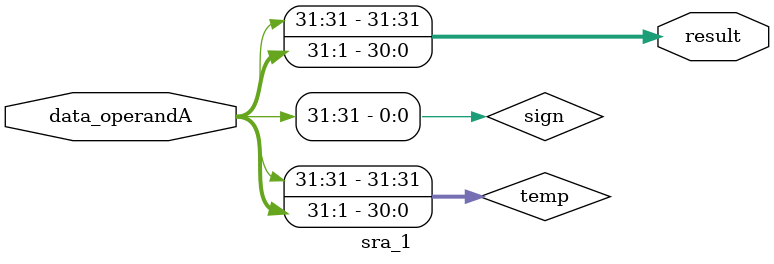
<source format=v>
module sra_function(result, data_operandA, shamt);
	input [31:0] data_operandA;
	input [4:0] shamt;
	output [31:0] result;

	wire [31:0] temp0, temp1, temp2, temp3;
	wire [31:0] w1, w2, w4, w8, w16;

	sra_16 shift16(w16, data_operandA);

	assign temp0 = shamt[4] ? w16 : data_operandA;

	sra_8 shift8(w8, temp0);

	assign temp1 = shamt[3] ? w8 : temp0;

	sra_4 shift4(w4, temp1);

	assign temp2 = shamt[2] ? w4 : temp1;

	sra_2 shift2(w2, temp2);

	assign temp3 = shamt[1] ? w2 : temp2;

	sra_1 shift1(w1, temp3);

	assign result = shamt[0] ? w1 : temp3;


endmodule

module sra_16(result, data_operandA);
	input [31:0] data_operandA;
	wire [31:0] temp;
	wire sign;
	output [31:0] result;


	assign sign = data_operandA[31];

	genvar i;
  	generate
    	for (i = 0 ; i < 16; i = i+1)
    	begin : gen_loop
        	assign temp[i] = data_operandA[i+16];
    	end
  	endgenerate

  assign temp[16] = sign;
	assign temp[17] = sign;
  assign temp[18] = sign;
	assign temp[19] = sign;
  assign temp[20] = sign;
	assign temp[21] = sign;
  assign temp[22] = sign;
	assign temp[23] = sign;
	assign temp[24] = sign;
	assign temp[25] = sign;
	assign temp[26] = sign;
	assign temp[27] = sign;
	assign temp[28] = sign;
	assign temp[29] = sign;
	assign temp[30] = sign;
	assign temp[31] = sign;

	assign result = temp;


endmodule

module sra_8(result, data_operandA);
	input [31:0] data_operandA;
	wire [31:0] temp;
	output [31:0] result;
	wire sign;


	assign sign = data_operandA[31];

	genvar i;
  	generate
    	for (i = 0 ; i < 24; i = i+1)
    	begin : gen_loop
        	assign temp[i] = data_operandA[i+8];
    	end
  	endgenerate

	assign temp[24] = sign;
	assign temp[25] = sign;
	assign temp[26] = sign;
	assign temp[27] = sign;
	assign temp[28] = sign;
	assign temp[29] = sign;
	assign temp[30] = sign;
	assign temp[31] = sign;

	assign result = temp;


endmodule

module sra_4(result, data_operandA);
	input [31:0] data_operandA;
	wire [31:0] temp;
	wire sign;
	output [31:0] result;


	assign sign = data_operandA[31];

	genvar i;
  	generate
    	for (i = 0 ; i < 28; i = i+1)
    	begin : gen_loop
        	assign temp[i] = data_operandA[i+4];
    	end
  	endgenerate

	assign temp[28] = sign;
	assign temp[29] = sign;
	assign temp[30] = sign;
	assign temp[31] = sign;

	assign result = temp;


endmodule

module sra_2(result, data_operandA);
	input [31:0] data_operandA;
	wire [31:0] temp;
	wire sign;
	output [31:0] result;


	assign sign = data_operandA[31];

	genvar i;
  	generate
    	for (i = 0 ; i < 30; i = i+1)
    	begin : gen_loop
        	assign temp[i] = data_operandA[i+2];
    	end
  	endgenerate


	assign temp[30] = sign;
	assign temp[31] = sign;

	assign result = temp;


endmodule

module sra_1(result, data_operandA);
	input [31:0] data_operandA;
	wire [31:0] temp;
	wire sign;
	output [31:0] result;


	assign sign = data_operandA[31];

	genvar i;
  	generate
    	for (i = 0 ; i < 31; i = i+1)
    	begin : gen_loop
        	assign temp[i] = data_operandA[i+1];
    	end
  	endgenerate


	assign temp[31] = sign;

	assign result = temp;

endmodule

</source>
